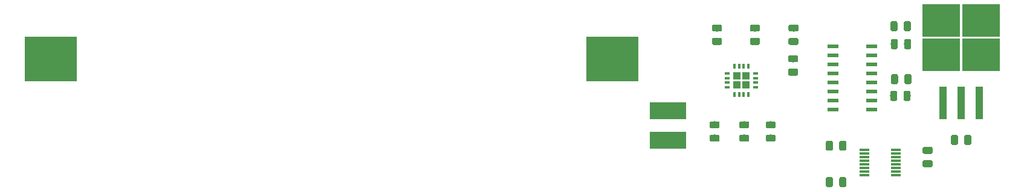
<source format=gbr>
G04 #@! TF.GenerationSoftware,KiCad,Pcbnew,5.0.2-bee76a0~70~ubuntu18.10.1*
G04 #@! TF.CreationDate,2019-05-29T11:20:30+10:00*
G04 #@! TF.ProjectId,ecig,65636967-2e6b-4696-9361-645f70636258,rev?*
G04 #@! TF.SameCoordinates,Original*
G04 #@! TF.FileFunction,Paste,Top*
G04 #@! TF.FilePolarity,Positive*
%FSLAX46Y46*%
G04 Gerber Fmt 4.6, Leading zero omitted, Abs format (unit mm)*
G04 Created by KiCad (PCBNEW 5.0.2-bee76a0~70~ubuntu18.10.1) date Wed 29 May 2019 11:20:30 AEST*
%MOMM*%
%LPD*%
G01*
G04 APERTURE LIST*
%ADD10R,7.340000X6.350000*%
%ADD11C,0.100000*%
%ADD12C,0.975000*%
%ADD13R,5.100000X2.350000*%
%ADD14R,1.100000X4.600000*%
%ADD15R,5.250000X4.550000*%
%ADD16R,0.800000X0.350000*%
%ADD17R,0.350000X0.800000*%
%ADD18R,1.050000X1.050000*%
%ADD19R,1.500000X0.600000*%
%ADD20R,1.400000X0.300000*%
G04 APERTURE END LIST*
D10*
G04 #@! TO.C,BT1*
X60140000Y-91500000D03*
X138800000Y-91500000D03*
G04 #@! TD*
D11*
G04 #@! TO.C,C1*
G36*
X153620142Y-102158674D02*
X153643803Y-102162184D01*
X153667007Y-102167996D01*
X153689529Y-102176054D01*
X153711153Y-102186282D01*
X153731670Y-102198579D01*
X153750883Y-102212829D01*
X153768607Y-102228893D01*
X153784671Y-102246617D01*
X153798921Y-102265830D01*
X153811218Y-102286347D01*
X153821446Y-102307971D01*
X153829504Y-102330493D01*
X153835316Y-102353697D01*
X153838826Y-102377358D01*
X153840000Y-102401250D01*
X153840000Y-102888750D01*
X153838826Y-102912642D01*
X153835316Y-102936303D01*
X153829504Y-102959507D01*
X153821446Y-102982029D01*
X153811218Y-103003653D01*
X153798921Y-103024170D01*
X153784671Y-103043383D01*
X153768607Y-103061107D01*
X153750883Y-103077171D01*
X153731670Y-103091421D01*
X153711153Y-103103718D01*
X153689529Y-103113946D01*
X153667007Y-103122004D01*
X153643803Y-103127816D01*
X153620142Y-103131326D01*
X153596250Y-103132500D01*
X152683750Y-103132500D01*
X152659858Y-103131326D01*
X152636197Y-103127816D01*
X152612993Y-103122004D01*
X152590471Y-103113946D01*
X152568847Y-103103718D01*
X152548330Y-103091421D01*
X152529117Y-103077171D01*
X152511393Y-103061107D01*
X152495329Y-103043383D01*
X152481079Y-103024170D01*
X152468782Y-103003653D01*
X152458554Y-102982029D01*
X152450496Y-102959507D01*
X152444684Y-102936303D01*
X152441174Y-102912642D01*
X152440000Y-102888750D01*
X152440000Y-102401250D01*
X152441174Y-102377358D01*
X152444684Y-102353697D01*
X152450496Y-102330493D01*
X152458554Y-102307971D01*
X152468782Y-102286347D01*
X152481079Y-102265830D01*
X152495329Y-102246617D01*
X152511393Y-102228893D01*
X152529117Y-102212829D01*
X152548330Y-102198579D01*
X152568847Y-102186282D01*
X152590471Y-102176054D01*
X152612993Y-102167996D01*
X152636197Y-102162184D01*
X152659858Y-102158674D01*
X152683750Y-102157500D01*
X153596250Y-102157500D01*
X153620142Y-102158674D01*
X153620142Y-102158674D01*
G37*
D12*
X153140000Y-102645000D03*
D11*
G36*
X153620142Y-100283674D02*
X153643803Y-100287184D01*
X153667007Y-100292996D01*
X153689529Y-100301054D01*
X153711153Y-100311282D01*
X153731670Y-100323579D01*
X153750883Y-100337829D01*
X153768607Y-100353893D01*
X153784671Y-100371617D01*
X153798921Y-100390830D01*
X153811218Y-100411347D01*
X153821446Y-100432971D01*
X153829504Y-100455493D01*
X153835316Y-100478697D01*
X153838826Y-100502358D01*
X153840000Y-100526250D01*
X153840000Y-101013750D01*
X153838826Y-101037642D01*
X153835316Y-101061303D01*
X153829504Y-101084507D01*
X153821446Y-101107029D01*
X153811218Y-101128653D01*
X153798921Y-101149170D01*
X153784671Y-101168383D01*
X153768607Y-101186107D01*
X153750883Y-101202171D01*
X153731670Y-101216421D01*
X153711153Y-101228718D01*
X153689529Y-101238946D01*
X153667007Y-101247004D01*
X153643803Y-101252816D01*
X153620142Y-101256326D01*
X153596250Y-101257500D01*
X152683750Y-101257500D01*
X152659858Y-101256326D01*
X152636197Y-101252816D01*
X152612993Y-101247004D01*
X152590471Y-101238946D01*
X152568847Y-101228718D01*
X152548330Y-101216421D01*
X152529117Y-101202171D01*
X152511393Y-101186107D01*
X152495329Y-101168383D01*
X152481079Y-101149170D01*
X152468782Y-101128653D01*
X152458554Y-101107029D01*
X152450496Y-101084507D01*
X152444684Y-101061303D01*
X152441174Y-101037642D01*
X152440000Y-101013750D01*
X152440000Y-100526250D01*
X152441174Y-100502358D01*
X152444684Y-100478697D01*
X152450496Y-100455493D01*
X152458554Y-100432971D01*
X152468782Y-100411347D01*
X152481079Y-100390830D01*
X152495329Y-100371617D01*
X152511393Y-100353893D01*
X152529117Y-100337829D01*
X152548330Y-100323579D01*
X152568847Y-100311282D01*
X152590471Y-100301054D01*
X152612993Y-100292996D01*
X152636197Y-100287184D01*
X152659858Y-100283674D01*
X152683750Y-100282500D01*
X153596250Y-100282500D01*
X153620142Y-100283674D01*
X153620142Y-100283674D01*
G37*
D12*
X153140000Y-100770000D03*
G04 #@! TD*
D11*
G04 #@! TO.C,C2*
G36*
X157770142Y-102158674D02*
X157793803Y-102162184D01*
X157817007Y-102167996D01*
X157839529Y-102176054D01*
X157861153Y-102186282D01*
X157881670Y-102198579D01*
X157900883Y-102212829D01*
X157918607Y-102228893D01*
X157934671Y-102246617D01*
X157948921Y-102265830D01*
X157961218Y-102286347D01*
X157971446Y-102307971D01*
X157979504Y-102330493D01*
X157985316Y-102353697D01*
X157988826Y-102377358D01*
X157990000Y-102401250D01*
X157990000Y-102888750D01*
X157988826Y-102912642D01*
X157985316Y-102936303D01*
X157979504Y-102959507D01*
X157971446Y-102982029D01*
X157961218Y-103003653D01*
X157948921Y-103024170D01*
X157934671Y-103043383D01*
X157918607Y-103061107D01*
X157900883Y-103077171D01*
X157881670Y-103091421D01*
X157861153Y-103103718D01*
X157839529Y-103113946D01*
X157817007Y-103122004D01*
X157793803Y-103127816D01*
X157770142Y-103131326D01*
X157746250Y-103132500D01*
X156833750Y-103132500D01*
X156809858Y-103131326D01*
X156786197Y-103127816D01*
X156762993Y-103122004D01*
X156740471Y-103113946D01*
X156718847Y-103103718D01*
X156698330Y-103091421D01*
X156679117Y-103077171D01*
X156661393Y-103061107D01*
X156645329Y-103043383D01*
X156631079Y-103024170D01*
X156618782Y-103003653D01*
X156608554Y-102982029D01*
X156600496Y-102959507D01*
X156594684Y-102936303D01*
X156591174Y-102912642D01*
X156590000Y-102888750D01*
X156590000Y-102401250D01*
X156591174Y-102377358D01*
X156594684Y-102353697D01*
X156600496Y-102330493D01*
X156608554Y-102307971D01*
X156618782Y-102286347D01*
X156631079Y-102265830D01*
X156645329Y-102246617D01*
X156661393Y-102228893D01*
X156679117Y-102212829D01*
X156698330Y-102198579D01*
X156718847Y-102186282D01*
X156740471Y-102176054D01*
X156762993Y-102167996D01*
X156786197Y-102162184D01*
X156809858Y-102158674D01*
X156833750Y-102157500D01*
X157746250Y-102157500D01*
X157770142Y-102158674D01*
X157770142Y-102158674D01*
G37*
D12*
X157290000Y-102645000D03*
D11*
G36*
X157770142Y-100283674D02*
X157793803Y-100287184D01*
X157817007Y-100292996D01*
X157839529Y-100301054D01*
X157861153Y-100311282D01*
X157881670Y-100323579D01*
X157900883Y-100337829D01*
X157918607Y-100353893D01*
X157934671Y-100371617D01*
X157948921Y-100390830D01*
X157961218Y-100411347D01*
X157971446Y-100432971D01*
X157979504Y-100455493D01*
X157985316Y-100478697D01*
X157988826Y-100502358D01*
X157990000Y-100526250D01*
X157990000Y-101013750D01*
X157988826Y-101037642D01*
X157985316Y-101061303D01*
X157979504Y-101084507D01*
X157971446Y-101107029D01*
X157961218Y-101128653D01*
X157948921Y-101149170D01*
X157934671Y-101168383D01*
X157918607Y-101186107D01*
X157900883Y-101202171D01*
X157881670Y-101216421D01*
X157861153Y-101228718D01*
X157839529Y-101238946D01*
X157817007Y-101247004D01*
X157793803Y-101252816D01*
X157770142Y-101256326D01*
X157746250Y-101257500D01*
X156833750Y-101257500D01*
X156809858Y-101256326D01*
X156786197Y-101252816D01*
X156762993Y-101247004D01*
X156740471Y-101238946D01*
X156718847Y-101228718D01*
X156698330Y-101216421D01*
X156679117Y-101202171D01*
X156661393Y-101186107D01*
X156645329Y-101168383D01*
X156631079Y-101149170D01*
X156618782Y-101128653D01*
X156608554Y-101107029D01*
X156600496Y-101084507D01*
X156594684Y-101061303D01*
X156591174Y-101037642D01*
X156590000Y-101013750D01*
X156590000Y-100526250D01*
X156591174Y-100502358D01*
X156594684Y-100478697D01*
X156600496Y-100455493D01*
X156608554Y-100432971D01*
X156618782Y-100411347D01*
X156631079Y-100390830D01*
X156645329Y-100371617D01*
X156661393Y-100353893D01*
X156679117Y-100337829D01*
X156698330Y-100323579D01*
X156718847Y-100311282D01*
X156740471Y-100301054D01*
X156762993Y-100292996D01*
X156786197Y-100287184D01*
X156809858Y-100283674D01*
X156833750Y-100282500D01*
X157746250Y-100282500D01*
X157770142Y-100283674D01*
X157770142Y-100283674D01*
G37*
D12*
X157290000Y-100770000D03*
G04 #@! TD*
D11*
G04 #@! TO.C,C3*
G36*
X153960142Y-86678674D02*
X153983803Y-86682184D01*
X154007007Y-86687996D01*
X154029529Y-86696054D01*
X154051153Y-86706282D01*
X154071670Y-86718579D01*
X154090883Y-86732829D01*
X154108607Y-86748893D01*
X154124671Y-86766617D01*
X154138921Y-86785830D01*
X154151218Y-86806347D01*
X154161446Y-86827971D01*
X154169504Y-86850493D01*
X154175316Y-86873697D01*
X154178826Y-86897358D01*
X154180000Y-86921250D01*
X154180000Y-87408750D01*
X154178826Y-87432642D01*
X154175316Y-87456303D01*
X154169504Y-87479507D01*
X154161446Y-87502029D01*
X154151218Y-87523653D01*
X154138921Y-87544170D01*
X154124671Y-87563383D01*
X154108607Y-87581107D01*
X154090883Y-87597171D01*
X154071670Y-87611421D01*
X154051153Y-87623718D01*
X154029529Y-87633946D01*
X154007007Y-87642004D01*
X153983803Y-87647816D01*
X153960142Y-87651326D01*
X153936250Y-87652500D01*
X153023750Y-87652500D01*
X152999858Y-87651326D01*
X152976197Y-87647816D01*
X152952993Y-87642004D01*
X152930471Y-87633946D01*
X152908847Y-87623718D01*
X152888330Y-87611421D01*
X152869117Y-87597171D01*
X152851393Y-87581107D01*
X152835329Y-87563383D01*
X152821079Y-87544170D01*
X152808782Y-87523653D01*
X152798554Y-87502029D01*
X152790496Y-87479507D01*
X152784684Y-87456303D01*
X152781174Y-87432642D01*
X152780000Y-87408750D01*
X152780000Y-86921250D01*
X152781174Y-86897358D01*
X152784684Y-86873697D01*
X152790496Y-86850493D01*
X152798554Y-86827971D01*
X152808782Y-86806347D01*
X152821079Y-86785830D01*
X152835329Y-86766617D01*
X152851393Y-86748893D01*
X152869117Y-86732829D01*
X152888330Y-86718579D01*
X152908847Y-86706282D01*
X152930471Y-86696054D01*
X152952993Y-86687996D01*
X152976197Y-86682184D01*
X152999858Y-86678674D01*
X153023750Y-86677500D01*
X153936250Y-86677500D01*
X153960142Y-86678674D01*
X153960142Y-86678674D01*
G37*
D12*
X153480000Y-87165000D03*
D11*
G36*
X153960142Y-88553674D02*
X153983803Y-88557184D01*
X154007007Y-88562996D01*
X154029529Y-88571054D01*
X154051153Y-88581282D01*
X154071670Y-88593579D01*
X154090883Y-88607829D01*
X154108607Y-88623893D01*
X154124671Y-88641617D01*
X154138921Y-88660830D01*
X154151218Y-88681347D01*
X154161446Y-88702971D01*
X154169504Y-88725493D01*
X154175316Y-88748697D01*
X154178826Y-88772358D01*
X154180000Y-88796250D01*
X154180000Y-89283750D01*
X154178826Y-89307642D01*
X154175316Y-89331303D01*
X154169504Y-89354507D01*
X154161446Y-89377029D01*
X154151218Y-89398653D01*
X154138921Y-89419170D01*
X154124671Y-89438383D01*
X154108607Y-89456107D01*
X154090883Y-89472171D01*
X154071670Y-89486421D01*
X154051153Y-89498718D01*
X154029529Y-89508946D01*
X154007007Y-89517004D01*
X153983803Y-89522816D01*
X153960142Y-89526326D01*
X153936250Y-89527500D01*
X153023750Y-89527500D01*
X152999858Y-89526326D01*
X152976197Y-89522816D01*
X152952993Y-89517004D01*
X152930471Y-89508946D01*
X152908847Y-89498718D01*
X152888330Y-89486421D01*
X152869117Y-89472171D01*
X152851393Y-89456107D01*
X152835329Y-89438383D01*
X152821079Y-89419170D01*
X152808782Y-89398653D01*
X152798554Y-89377029D01*
X152790496Y-89354507D01*
X152784684Y-89331303D01*
X152781174Y-89307642D01*
X152780000Y-89283750D01*
X152780000Y-88796250D01*
X152781174Y-88772358D01*
X152784684Y-88748697D01*
X152790496Y-88725493D01*
X152798554Y-88702971D01*
X152808782Y-88681347D01*
X152821079Y-88660830D01*
X152835329Y-88641617D01*
X152851393Y-88623893D01*
X152869117Y-88607829D01*
X152888330Y-88593579D01*
X152908847Y-88581282D01*
X152930471Y-88571054D01*
X152952993Y-88562996D01*
X152976197Y-88557184D01*
X152999858Y-88553674D01*
X153023750Y-88552500D01*
X153936250Y-88552500D01*
X153960142Y-88553674D01*
X153960142Y-88553674D01*
G37*
D12*
X153480000Y-89040000D03*
G04 #@! TD*
D11*
G04 #@! TO.C,C4*
G36*
X159270142Y-88553674D02*
X159293803Y-88557184D01*
X159317007Y-88562996D01*
X159339529Y-88571054D01*
X159361153Y-88581282D01*
X159381670Y-88593579D01*
X159400883Y-88607829D01*
X159418607Y-88623893D01*
X159434671Y-88641617D01*
X159448921Y-88660830D01*
X159461218Y-88681347D01*
X159471446Y-88702971D01*
X159479504Y-88725493D01*
X159485316Y-88748697D01*
X159488826Y-88772358D01*
X159490000Y-88796250D01*
X159490000Y-89283750D01*
X159488826Y-89307642D01*
X159485316Y-89331303D01*
X159479504Y-89354507D01*
X159471446Y-89377029D01*
X159461218Y-89398653D01*
X159448921Y-89419170D01*
X159434671Y-89438383D01*
X159418607Y-89456107D01*
X159400883Y-89472171D01*
X159381670Y-89486421D01*
X159361153Y-89498718D01*
X159339529Y-89508946D01*
X159317007Y-89517004D01*
X159293803Y-89522816D01*
X159270142Y-89526326D01*
X159246250Y-89527500D01*
X158333750Y-89527500D01*
X158309858Y-89526326D01*
X158286197Y-89522816D01*
X158262993Y-89517004D01*
X158240471Y-89508946D01*
X158218847Y-89498718D01*
X158198330Y-89486421D01*
X158179117Y-89472171D01*
X158161393Y-89456107D01*
X158145329Y-89438383D01*
X158131079Y-89419170D01*
X158118782Y-89398653D01*
X158108554Y-89377029D01*
X158100496Y-89354507D01*
X158094684Y-89331303D01*
X158091174Y-89307642D01*
X158090000Y-89283750D01*
X158090000Y-88796250D01*
X158091174Y-88772358D01*
X158094684Y-88748697D01*
X158100496Y-88725493D01*
X158108554Y-88702971D01*
X158118782Y-88681347D01*
X158131079Y-88660830D01*
X158145329Y-88641617D01*
X158161393Y-88623893D01*
X158179117Y-88607829D01*
X158198330Y-88593579D01*
X158218847Y-88581282D01*
X158240471Y-88571054D01*
X158262993Y-88562996D01*
X158286197Y-88557184D01*
X158309858Y-88553674D01*
X158333750Y-88552500D01*
X159246250Y-88552500D01*
X159270142Y-88553674D01*
X159270142Y-88553674D01*
G37*
D12*
X158790000Y-89040000D03*
D11*
G36*
X159270142Y-86678674D02*
X159293803Y-86682184D01*
X159317007Y-86687996D01*
X159339529Y-86696054D01*
X159361153Y-86706282D01*
X159381670Y-86718579D01*
X159400883Y-86732829D01*
X159418607Y-86748893D01*
X159434671Y-86766617D01*
X159448921Y-86785830D01*
X159461218Y-86806347D01*
X159471446Y-86827971D01*
X159479504Y-86850493D01*
X159485316Y-86873697D01*
X159488826Y-86897358D01*
X159490000Y-86921250D01*
X159490000Y-87408750D01*
X159488826Y-87432642D01*
X159485316Y-87456303D01*
X159479504Y-87479507D01*
X159471446Y-87502029D01*
X159461218Y-87523653D01*
X159448921Y-87544170D01*
X159434671Y-87563383D01*
X159418607Y-87581107D01*
X159400883Y-87597171D01*
X159381670Y-87611421D01*
X159361153Y-87623718D01*
X159339529Y-87633946D01*
X159317007Y-87642004D01*
X159293803Y-87647816D01*
X159270142Y-87651326D01*
X159246250Y-87652500D01*
X158333750Y-87652500D01*
X158309858Y-87651326D01*
X158286197Y-87647816D01*
X158262993Y-87642004D01*
X158240471Y-87633946D01*
X158218847Y-87623718D01*
X158198330Y-87611421D01*
X158179117Y-87597171D01*
X158161393Y-87581107D01*
X158145329Y-87563383D01*
X158131079Y-87544170D01*
X158118782Y-87523653D01*
X158108554Y-87502029D01*
X158100496Y-87479507D01*
X158094684Y-87456303D01*
X158091174Y-87432642D01*
X158090000Y-87408750D01*
X158090000Y-86921250D01*
X158091174Y-86897358D01*
X158094684Y-86873697D01*
X158100496Y-86850493D01*
X158108554Y-86827971D01*
X158118782Y-86806347D01*
X158131079Y-86785830D01*
X158145329Y-86766617D01*
X158161393Y-86748893D01*
X158179117Y-86732829D01*
X158198330Y-86718579D01*
X158218847Y-86706282D01*
X158240471Y-86696054D01*
X158262993Y-86687996D01*
X158286197Y-86682184D01*
X158309858Y-86678674D01*
X158333750Y-86677500D01*
X159246250Y-86677500D01*
X159270142Y-86678674D01*
X159270142Y-86678674D01*
G37*
D12*
X158790000Y-87165000D03*
G04 #@! TD*
D11*
G04 #@! TO.C,C5*
G36*
X169490142Y-108131174D02*
X169513803Y-108134684D01*
X169537007Y-108140496D01*
X169559529Y-108148554D01*
X169581153Y-108158782D01*
X169601670Y-108171079D01*
X169620883Y-108185329D01*
X169638607Y-108201393D01*
X169654671Y-108219117D01*
X169668921Y-108238330D01*
X169681218Y-108258847D01*
X169691446Y-108280471D01*
X169699504Y-108302993D01*
X169705316Y-108326197D01*
X169708826Y-108349858D01*
X169710000Y-108373750D01*
X169710000Y-109286250D01*
X169708826Y-109310142D01*
X169705316Y-109333803D01*
X169699504Y-109357007D01*
X169691446Y-109379529D01*
X169681218Y-109401153D01*
X169668921Y-109421670D01*
X169654671Y-109440883D01*
X169638607Y-109458607D01*
X169620883Y-109474671D01*
X169601670Y-109488921D01*
X169581153Y-109501218D01*
X169559529Y-109511446D01*
X169537007Y-109519504D01*
X169513803Y-109525316D01*
X169490142Y-109528826D01*
X169466250Y-109530000D01*
X168978750Y-109530000D01*
X168954858Y-109528826D01*
X168931197Y-109525316D01*
X168907993Y-109519504D01*
X168885471Y-109511446D01*
X168863847Y-109501218D01*
X168843330Y-109488921D01*
X168824117Y-109474671D01*
X168806393Y-109458607D01*
X168790329Y-109440883D01*
X168776079Y-109421670D01*
X168763782Y-109401153D01*
X168753554Y-109379529D01*
X168745496Y-109357007D01*
X168739684Y-109333803D01*
X168736174Y-109310142D01*
X168735000Y-109286250D01*
X168735000Y-108373750D01*
X168736174Y-108349858D01*
X168739684Y-108326197D01*
X168745496Y-108302993D01*
X168753554Y-108280471D01*
X168763782Y-108258847D01*
X168776079Y-108238330D01*
X168790329Y-108219117D01*
X168806393Y-108201393D01*
X168824117Y-108185329D01*
X168843330Y-108171079D01*
X168863847Y-108158782D01*
X168885471Y-108148554D01*
X168907993Y-108140496D01*
X168931197Y-108134684D01*
X168954858Y-108131174D01*
X168978750Y-108130000D01*
X169466250Y-108130000D01*
X169490142Y-108131174D01*
X169490142Y-108131174D01*
G37*
D12*
X169222500Y-108830000D03*
D11*
G36*
X171365142Y-108131174D02*
X171388803Y-108134684D01*
X171412007Y-108140496D01*
X171434529Y-108148554D01*
X171456153Y-108158782D01*
X171476670Y-108171079D01*
X171495883Y-108185329D01*
X171513607Y-108201393D01*
X171529671Y-108219117D01*
X171543921Y-108238330D01*
X171556218Y-108258847D01*
X171566446Y-108280471D01*
X171574504Y-108302993D01*
X171580316Y-108326197D01*
X171583826Y-108349858D01*
X171585000Y-108373750D01*
X171585000Y-109286250D01*
X171583826Y-109310142D01*
X171580316Y-109333803D01*
X171574504Y-109357007D01*
X171566446Y-109379529D01*
X171556218Y-109401153D01*
X171543921Y-109421670D01*
X171529671Y-109440883D01*
X171513607Y-109458607D01*
X171495883Y-109474671D01*
X171476670Y-109488921D01*
X171456153Y-109501218D01*
X171434529Y-109511446D01*
X171412007Y-109519504D01*
X171388803Y-109525316D01*
X171365142Y-109528826D01*
X171341250Y-109530000D01*
X170853750Y-109530000D01*
X170829858Y-109528826D01*
X170806197Y-109525316D01*
X170782993Y-109519504D01*
X170760471Y-109511446D01*
X170738847Y-109501218D01*
X170718330Y-109488921D01*
X170699117Y-109474671D01*
X170681393Y-109458607D01*
X170665329Y-109440883D01*
X170651079Y-109421670D01*
X170638782Y-109401153D01*
X170628554Y-109379529D01*
X170620496Y-109357007D01*
X170614684Y-109333803D01*
X170611174Y-109310142D01*
X170610000Y-109286250D01*
X170610000Y-108373750D01*
X170611174Y-108349858D01*
X170614684Y-108326197D01*
X170620496Y-108302993D01*
X170628554Y-108280471D01*
X170638782Y-108258847D01*
X170651079Y-108238330D01*
X170665329Y-108219117D01*
X170681393Y-108201393D01*
X170699117Y-108185329D01*
X170718330Y-108171079D01*
X170738847Y-108158782D01*
X170760471Y-108148554D01*
X170782993Y-108140496D01*
X170806197Y-108134684D01*
X170829858Y-108131174D01*
X170853750Y-108130000D01*
X171341250Y-108130000D01*
X171365142Y-108131174D01*
X171365142Y-108131174D01*
G37*
D12*
X171097500Y-108830000D03*
G04 #@! TD*
D11*
G04 #@! TO.C,D1*
G36*
X180442642Y-88721174D02*
X180466303Y-88724684D01*
X180489507Y-88730496D01*
X180512029Y-88738554D01*
X180533653Y-88748782D01*
X180554170Y-88761079D01*
X180573383Y-88775329D01*
X180591107Y-88791393D01*
X180607171Y-88809117D01*
X180621421Y-88828330D01*
X180633718Y-88848847D01*
X180643946Y-88870471D01*
X180652004Y-88892993D01*
X180657816Y-88916197D01*
X180661326Y-88939858D01*
X180662500Y-88963750D01*
X180662500Y-89876250D01*
X180661326Y-89900142D01*
X180657816Y-89923803D01*
X180652004Y-89947007D01*
X180643946Y-89969529D01*
X180633718Y-89991153D01*
X180621421Y-90011670D01*
X180607171Y-90030883D01*
X180591107Y-90048607D01*
X180573383Y-90064671D01*
X180554170Y-90078921D01*
X180533653Y-90091218D01*
X180512029Y-90101446D01*
X180489507Y-90109504D01*
X180466303Y-90115316D01*
X180442642Y-90118826D01*
X180418750Y-90120000D01*
X179931250Y-90120000D01*
X179907358Y-90118826D01*
X179883697Y-90115316D01*
X179860493Y-90109504D01*
X179837971Y-90101446D01*
X179816347Y-90091218D01*
X179795830Y-90078921D01*
X179776617Y-90064671D01*
X179758893Y-90048607D01*
X179742829Y-90030883D01*
X179728579Y-90011670D01*
X179716282Y-89991153D01*
X179706054Y-89969529D01*
X179697996Y-89947007D01*
X179692184Y-89923803D01*
X179688674Y-89900142D01*
X179687500Y-89876250D01*
X179687500Y-88963750D01*
X179688674Y-88939858D01*
X179692184Y-88916197D01*
X179697996Y-88892993D01*
X179706054Y-88870471D01*
X179716282Y-88848847D01*
X179728579Y-88828330D01*
X179742829Y-88809117D01*
X179758893Y-88791393D01*
X179776617Y-88775329D01*
X179795830Y-88761079D01*
X179816347Y-88748782D01*
X179837971Y-88738554D01*
X179860493Y-88730496D01*
X179883697Y-88724684D01*
X179907358Y-88721174D01*
X179931250Y-88720000D01*
X180418750Y-88720000D01*
X180442642Y-88721174D01*
X180442642Y-88721174D01*
G37*
D12*
X180175000Y-89420000D03*
D11*
G36*
X178567642Y-88721174D02*
X178591303Y-88724684D01*
X178614507Y-88730496D01*
X178637029Y-88738554D01*
X178658653Y-88748782D01*
X178679170Y-88761079D01*
X178698383Y-88775329D01*
X178716107Y-88791393D01*
X178732171Y-88809117D01*
X178746421Y-88828330D01*
X178758718Y-88848847D01*
X178768946Y-88870471D01*
X178777004Y-88892993D01*
X178782816Y-88916197D01*
X178786326Y-88939858D01*
X178787500Y-88963750D01*
X178787500Y-89876250D01*
X178786326Y-89900142D01*
X178782816Y-89923803D01*
X178777004Y-89947007D01*
X178768946Y-89969529D01*
X178758718Y-89991153D01*
X178746421Y-90011670D01*
X178732171Y-90030883D01*
X178716107Y-90048607D01*
X178698383Y-90064671D01*
X178679170Y-90078921D01*
X178658653Y-90091218D01*
X178637029Y-90101446D01*
X178614507Y-90109504D01*
X178591303Y-90115316D01*
X178567642Y-90118826D01*
X178543750Y-90120000D01*
X178056250Y-90120000D01*
X178032358Y-90118826D01*
X178008697Y-90115316D01*
X177985493Y-90109504D01*
X177962971Y-90101446D01*
X177941347Y-90091218D01*
X177920830Y-90078921D01*
X177901617Y-90064671D01*
X177883893Y-90048607D01*
X177867829Y-90030883D01*
X177853579Y-90011670D01*
X177841282Y-89991153D01*
X177831054Y-89969529D01*
X177822996Y-89947007D01*
X177817184Y-89923803D01*
X177813674Y-89900142D01*
X177812500Y-89876250D01*
X177812500Y-88963750D01*
X177813674Y-88939858D01*
X177817184Y-88916197D01*
X177822996Y-88892993D01*
X177831054Y-88870471D01*
X177841282Y-88848847D01*
X177853579Y-88828330D01*
X177867829Y-88809117D01*
X177883893Y-88791393D01*
X177901617Y-88775329D01*
X177920830Y-88761079D01*
X177941347Y-88748782D01*
X177962971Y-88738554D01*
X177985493Y-88730496D01*
X178008697Y-88724684D01*
X178032358Y-88721174D01*
X178056250Y-88720000D01*
X178543750Y-88720000D01*
X178567642Y-88721174D01*
X178567642Y-88721174D01*
G37*
D12*
X178300000Y-89420000D03*
G04 #@! TD*
D11*
G04 #@! TO.C,D2*
G36*
X164675142Y-88553674D02*
X164698803Y-88557184D01*
X164722007Y-88562996D01*
X164744529Y-88571054D01*
X164766153Y-88581282D01*
X164786670Y-88593579D01*
X164805883Y-88607829D01*
X164823607Y-88623893D01*
X164839671Y-88641617D01*
X164853921Y-88660830D01*
X164866218Y-88681347D01*
X164876446Y-88702971D01*
X164884504Y-88725493D01*
X164890316Y-88748697D01*
X164893826Y-88772358D01*
X164895000Y-88796250D01*
X164895000Y-89283750D01*
X164893826Y-89307642D01*
X164890316Y-89331303D01*
X164884504Y-89354507D01*
X164876446Y-89377029D01*
X164866218Y-89398653D01*
X164853921Y-89419170D01*
X164839671Y-89438383D01*
X164823607Y-89456107D01*
X164805883Y-89472171D01*
X164786670Y-89486421D01*
X164766153Y-89498718D01*
X164744529Y-89508946D01*
X164722007Y-89517004D01*
X164698803Y-89522816D01*
X164675142Y-89526326D01*
X164651250Y-89527500D01*
X163738750Y-89527500D01*
X163714858Y-89526326D01*
X163691197Y-89522816D01*
X163667993Y-89517004D01*
X163645471Y-89508946D01*
X163623847Y-89498718D01*
X163603330Y-89486421D01*
X163584117Y-89472171D01*
X163566393Y-89456107D01*
X163550329Y-89438383D01*
X163536079Y-89419170D01*
X163523782Y-89398653D01*
X163513554Y-89377029D01*
X163505496Y-89354507D01*
X163499684Y-89331303D01*
X163496174Y-89307642D01*
X163495000Y-89283750D01*
X163495000Y-88796250D01*
X163496174Y-88772358D01*
X163499684Y-88748697D01*
X163505496Y-88725493D01*
X163513554Y-88702971D01*
X163523782Y-88681347D01*
X163536079Y-88660830D01*
X163550329Y-88641617D01*
X163566393Y-88623893D01*
X163584117Y-88607829D01*
X163603330Y-88593579D01*
X163623847Y-88581282D01*
X163645471Y-88571054D01*
X163667993Y-88562996D01*
X163691197Y-88557184D01*
X163714858Y-88553674D01*
X163738750Y-88552500D01*
X164651250Y-88552500D01*
X164675142Y-88553674D01*
X164675142Y-88553674D01*
G37*
D12*
X164195000Y-89040000D03*
D11*
G36*
X164675142Y-86678674D02*
X164698803Y-86682184D01*
X164722007Y-86687996D01*
X164744529Y-86696054D01*
X164766153Y-86706282D01*
X164786670Y-86718579D01*
X164805883Y-86732829D01*
X164823607Y-86748893D01*
X164839671Y-86766617D01*
X164853921Y-86785830D01*
X164866218Y-86806347D01*
X164876446Y-86827971D01*
X164884504Y-86850493D01*
X164890316Y-86873697D01*
X164893826Y-86897358D01*
X164895000Y-86921250D01*
X164895000Y-87408750D01*
X164893826Y-87432642D01*
X164890316Y-87456303D01*
X164884504Y-87479507D01*
X164876446Y-87502029D01*
X164866218Y-87523653D01*
X164853921Y-87544170D01*
X164839671Y-87563383D01*
X164823607Y-87581107D01*
X164805883Y-87597171D01*
X164786670Y-87611421D01*
X164766153Y-87623718D01*
X164744529Y-87633946D01*
X164722007Y-87642004D01*
X164698803Y-87647816D01*
X164675142Y-87651326D01*
X164651250Y-87652500D01*
X163738750Y-87652500D01*
X163714858Y-87651326D01*
X163691197Y-87647816D01*
X163667993Y-87642004D01*
X163645471Y-87633946D01*
X163623847Y-87623718D01*
X163603330Y-87611421D01*
X163584117Y-87597171D01*
X163566393Y-87581107D01*
X163550329Y-87563383D01*
X163536079Y-87544170D01*
X163523782Y-87523653D01*
X163513554Y-87502029D01*
X163505496Y-87479507D01*
X163499684Y-87456303D01*
X163496174Y-87432642D01*
X163495000Y-87408750D01*
X163495000Y-86921250D01*
X163496174Y-86897358D01*
X163499684Y-86873697D01*
X163505496Y-86850493D01*
X163513554Y-86827971D01*
X163523782Y-86806347D01*
X163536079Y-86785830D01*
X163550329Y-86766617D01*
X163566393Y-86748893D01*
X163584117Y-86732829D01*
X163603330Y-86718579D01*
X163623847Y-86706282D01*
X163645471Y-86696054D01*
X163667993Y-86687996D01*
X163691197Y-86682184D01*
X163714858Y-86678674D01*
X163738750Y-86677500D01*
X164651250Y-86677500D01*
X164675142Y-86678674D01*
X164675142Y-86678674D01*
G37*
D12*
X164195000Y-87165000D03*
G04 #@! TD*
D11*
G04 #@! TO.C,D3*
G36*
X180482642Y-93651174D02*
X180506303Y-93654684D01*
X180529507Y-93660496D01*
X180552029Y-93668554D01*
X180573653Y-93678782D01*
X180594170Y-93691079D01*
X180613383Y-93705329D01*
X180631107Y-93721393D01*
X180647171Y-93739117D01*
X180661421Y-93758330D01*
X180673718Y-93778847D01*
X180683946Y-93800471D01*
X180692004Y-93822993D01*
X180697816Y-93846197D01*
X180701326Y-93869858D01*
X180702500Y-93893750D01*
X180702500Y-94806250D01*
X180701326Y-94830142D01*
X180697816Y-94853803D01*
X180692004Y-94877007D01*
X180683946Y-94899529D01*
X180673718Y-94921153D01*
X180661421Y-94941670D01*
X180647171Y-94960883D01*
X180631107Y-94978607D01*
X180613383Y-94994671D01*
X180594170Y-95008921D01*
X180573653Y-95021218D01*
X180552029Y-95031446D01*
X180529507Y-95039504D01*
X180506303Y-95045316D01*
X180482642Y-95048826D01*
X180458750Y-95050000D01*
X179971250Y-95050000D01*
X179947358Y-95048826D01*
X179923697Y-95045316D01*
X179900493Y-95039504D01*
X179877971Y-95031446D01*
X179856347Y-95021218D01*
X179835830Y-95008921D01*
X179816617Y-94994671D01*
X179798893Y-94978607D01*
X179782829Y-94960883D01*
X179768579Y-94941670D01*
X179756282Y-94921153D01*
X179746054Y-94899529D01*
X179737996Y-94877007D01*
X179732184Y-94853803D01*
X179728674Y-94830142D01*
X179727500Y-94806250D01*
X179727500Y-93893750D01*
X179728674Y-93869858D01*
X179732184Y-93846197D01*
X179737996Y-93822993D01*
X179746054Y-93800471D01*
X179756282Y-93778847D01*
X179768579Y-93758330D01*
X179782829Y-93739117D01*
X179798893Y-93721393D01*
X179816617Y-93705329D01*
X179835830Y-93691079D01*
X179856347Y-93678782D01*
X179877971Y-93668554D01*
X179900493Y-93660496D01*
X179923697Y-93654684D01*
X179947358Y-93651174D01*
X179971250Y-93650000D01*
X180458750Y-93650000D01*
X180482642Y-93651174D01*
X180482642Y-93651174D01*
G37*
D12*
X180215000Y-94350000D03*
D11*
G36*
X178607642Y-93651174D02*
X178631303Y-93654684D01*
X178654507Y-93660496D01*
X178677029Y-93668554D01*
X178698653Y-93678782D01*
X178719170Y-93691079D01*
X178738383Y-93705329D01*
X178756107Y-93721393D01*
X178772171Y-93739117D01*
X178786421Y-93758330D01*
X178798718Y-93778847D01*
X178808946Y-93800471D01*
X178817004Y-93822993D01*
X178822816Y-93846197D01*
X178826326Y-93869858D01*
X178827500Y-93893750D01*
X178827500Y-94806250D01*
X178826326Y-94830142D01*
X178822816Y-94853803D01*
X178817004Y-94877007D01*
X178808946Y-94899529D01*
X178798718Y-94921153D01*
X178786421Y-94941670D01*
X178772171Y-94960883D01*
X178756107Y-94978607D01*
X178738383Y-94994671D01*
X178719170Y-95008921D01*
X178698653Y-95021218D01*
X178677029Y-95031446D01*
X178654507Y-95039504D01*
X178631303Y-95045316D01*
X178607642Y-95048826D01*
X178583750Y-95050000D01*
X178096250Y-95050000D01*
X178072358Y-95048826D01*
X178048697Y-95045316D01*
X178025493Y-95039504D01*
X178002971Y-95031446D01*
X177981347Y-95021218D01*
X177960830Y-95008921D01*
X177941617Y-94994671D01*
X177923893Y-94978607D01*
X177907829Y-94960883D01*
X177893579Y-94941670D01*
X177881282Y-94921153D01*
X177871054Y-94899529D01*
X177862996Y-94877007D01*
X177857184Y-94853803D01*
X177853674Y-94830142D01*
X177852500Y-94806250D01*
X177852500Y-93893750D01*
X177853674Y-93869858D01*
X177857184Y-93846197D01*
X177862996Y-93822993D01*
X177871054Y-93800471D01*
X177881282Y-93778847D01*
X177893579Y-93758330D01*
X177907829Y-93739117D01*
X177923893Y-93721393D01*
X177941617Y-93705329D01*
X177960830Y-93691079D01*
X177981347Y-93678782D01*
X178002971Y-93668554D01*
X178025493Y-93660496D01*
X178048697Y-93654684D01*
X178072358Y-93651174D01*
X178096250Y-93650000D01*
X178583750Y-93650000D01*
X178607642Y-93651174D01*
X178607642Y-93651174D01*
G37*
D12*
X178340000Y-94350000D03*
G04 #@! TD*
D13*
G04 #@! TO.C,L1*
X146600000Y-98800000D03*
X146600000Y-102950000D03*
G04 #@! TD*
D14*
G04 #@! TO.C,Q1*
X185140000Y-97665000D03*
X187680000Y-97665000D03*
X190220000Y-97665000D03*
D15*
X190455000Y-86090000D03*
X184905000Y-90940000D03*
X184905000Y-86090000D03*
X190455000Y-90940000D03*
G04 #@! TD*
D11*
G04 #@! TO.C,R1*
G36*
X161480142Y-100283674D02*
X161503803Y-100287184D01*
X161527007Y-100292996D01*
X161549529Y-100301054D01*
X161571153Y-100311282D01*
X161591670Y-100323579D01*
X161610883Y-100337829D01*
X161628607Y-100353893D01*
X161644671Y-100371617D01*
X161658921Y-100390830D01*
X161671218Y-100411347D01*
X161681446Y-100432971D01*
X161689504Y-100455493D01*
X161695316Y-100478697D01*
X161698826Y-100502358D01*
X161700000Y-100526250D01*
X161700000Y-101013750D01*
X161698826Y-101037642D01*
X161695316Y-101061303D01*
X161689504Y-101084507D01*
X161681446Y-101107029D01*
X161671218Y-101128653D01*
X161658921Y-101149170D01*
X161644671Y-101168383D01*
X161628607Y-101186107D01*
X161610883Y-101202171D01*
X161591670Y-101216421D01*
X161571153Y-101228718D01*
X161549529Y-101238946D01*
X161527007Y-101247004D01*
X161503803Y-101252816D01*
X161480142Y-101256326D01*
X161456250Y-101257500D01*
X160543750Y-101257500D01*
X160519858Y-101256326D01*
X160496197Y-101252816D01*
X160472993Y-101247004D01*
X160450471Y-101238946D01*
X160428847Y-101228718D01*
X160408330Y-101216421D01*
X160389117Y-101202171D01*
X160371393Y-101186107D01*
X160355329Y-101168383D01*
X160341079Y-101149170D01*
X160328782Y-101128653D01*
X160318554Y-101107029D01*
X160310496Y-101084507D01*
X160304684Y-101061303D01*
X160301174Y-101037642D01*
X160300000Y-101013750D01*
X160300000Y-100526250D01*
X160301174Y-100502358D01*
X160304684Y-100478697D01*
X160310496Y-100455493D01*
X160318554Y-100432971D01*
X160328782Y-100411347D01*
X160341079Y-100390830D01*
X160355329Y-100371617D01*
X160371393Y-100353893D01*
X160389117Y-100337829D01*
X160408330Y-100323579D01*
X160428847Y-100311282D01*
X160450471Y-100301054D01*
X160472993Y-100292996D01*
X160496197Y-100287184D01*
X160519858Y-100283674D01*
X160543750Y-100282500D01*
X161456250Y-100282500D01*
X161480142Y-100283674D01*
X161480142Y-100283674D01*
G37*
D12*
X161000000Y-100770000D03*
D11*
G36*
X161480142Y-102158674D02*
X161503803Y-102162184D01*
X161527007Y-102167996D01*
X161549529Y-102176054D01*
X161571153Y-102186282D01*
X161591670Y-102198579D01*
X161610883Y-102212829D01*
X161628607Y-102228893D01*
X161644671Y-102246617D01*
X161658921Y-102265830D01*
X161671218Y-102286347D01*
X161681446Y-102307971D01*
X161689504Y-102330493D01*
X161695316Y-102353697D01*
X161698826Y-102377358D01*
X161700000Y-102401250D01*
X161700000Y-102888750D01*
X161698826Y-102912642D01*
X161695316Y-102936303D01*
X161689504Y-102959507D01*
X161681446Y-102982029D01*
X161671218Y-103003653D01*
X161658921Y-103024170D01*
X161644671Y-103043383D01*
X161628607Y-103061107D01*
X161610883Y-103077171D01*
X161591670Y-103091421D01*
X161571153Y-103103718D01*
X161549529Y-103113946D01*
X161527007Y-103122004D01*
X161503803Y-103127816D01*
X161480142Y-103131326D01*
X161456250Y-103132500D01*
X160543750Y-103132500D01*
X160519858Y-103131326D01*
X160496197Y-103127816D01*
X160472993Y-103122004D01*
X160450471Y-103113946D01*
X160428847Y-103103718D01*
X160408330Y-103091421D01*
X160389117Y-103077171D01*
X160371393Y-103061107D01*
X160355329Y-103043383D01*
X160341079Y-103024170D01*
X160328782Y-103003653D01*
X160318554Y-102982029D01*
X160310496Y-102959507D01*
X160304684Y-102936303D01*
X160301174Y-102912642D01*
X160300000Y-102888750D01*
X160300000Y-102401250D01*
X160301174Y-102377358D01*
X160304684Y-102353697D01*
X160310496Y-102330493D01*
X160318554Y-102307971D01*
X160328782Y-102286347D01*
X160341079Y-102265830D01*
X160355329Y-102246617D01*
X160371393Y-102228893D01*
X160389117Y-102212829D01*
X160408330Y-102198579D01*
X160428847Y-102186282D01*
X160450471Y-102176054D01*
X160472993Y-102167996D01*
X160496197Y-102162184D01*
X160519858Y-102158674D01*
X160543750Y-102157500D01*
X161456250Y-102157500D01*
X161480142Y-102158674D01*
X161480142Y-102158674D01*
G37*
D12*
X161000000Y-102645000D03*
G04 #@! TD*
D11*
G04 #@! TO.C,R2*
G36*
X188882642Y-102191174D02*
X188906303Y-102194684D01*
X188929507Y-102200496D01*
X188952029Y-102208554D01*
X188973653Y-102218782D01*
X188994170Y-102231079D01*
X189013383Y-102245329D01*
X189031107Y-102261393D01*
X189047171Y-102279117D01*
X189061421Y-102298330D01*
X189073718Y-102318847D01*
X189083946Y-102340471D01*
X189092004Y-102362993D01*
X189097816Y-102386197D01*
X189101326Y-102409858D01*
X189102500Y-102433750D01*
X189102500Y-103346250D01*
X189101326Y-103370142D01*
X189097816Y-103393803D01*
X189092004Y-103417007D01*
X189083946Y-103439529D01*
X189073718Y-103461153D01*
X189061421Y-103481670D01*
X189047171Y-103500883D01*
X189031107Y-103518607D01*
X189013383Y-103534671D01*
X188994170Y-103548921D01*
X188973653Y-103561218D01*
X188952029Y-103571446D01*
X188929507Y-103579504D01*
X188906303Y-103585316D01*
X188882642Y-103588826D01*
X188858750Y-103590000D01*
X188371250Y-103590000D01*
X188347358Y-103588826D01*
X188323697Y-103585316D01*
X188300493Y-103579504D01*
X188277971Y-103571446D01*
X188256347Y-103561218D01*
X188235830Y-103548921D01*
X188216617Y-103534671D01*
X188198893Y-103518607D01*
X188182829Y-103500883D01*
X188168579Y-103481670D01*
X188156282Y-103461153D01*
X188146054Y-103439529D01*
X188137996Y-103417007D01*
X188132184Y-103393803D01*
X188128674Y-103370142D01*
X188127500Y-103346250D01*
X188127500Y-102433750D01*
X188128674Y-102409858D01*
X188132184Y-102386197D01*
X188137996Y-102362993D01*
X188146054Y-102340471D01*
X188156282Y-102318847D01*
X188168579Y-102298330D01*
X188182829Y-102279117D01*
X188198893Y-102261393D01*
X188216617Y-102245329D01*
X188235830Y-102231079D01*
X188256347Y-102218782D01*
X188277971Y-102208554D01*
X188300493Y-102200496D01*
X188323697Y-102194684D01*
X188347358Y-102191174D01*
X188371250Y-102190000D01*
X188858750Y-102190000D01*
X188882642Y-102191174D01*
X188882642Y-102191174D01*
G37*
D12*
X188615000Y-102890000D03*
D11*
G36*
X187007642Y-102191174D02*
X187031303Y-102194684D01*
X187054507Y-102200496D01*
X187077029Y-102208554D01*
X187098653Y-102218782D01*
X187119170Y-102231079D01*
X187138383Y-102245329D01*
X187156107Y-102261393D01*
X187172171Y-102279117D01*
X187186421Y-102298330D01*
X187198718Y-102318847D01*
X187208946Y-102340471D01*
X187217004Y-102362993D01*
X187222816Y-102386197D01*
X187226326Y-102409858D01*
X187227500Y-102433750D01*
X187227500Y-103346250D01*
X187226326Y-103370142D01*
X187222816Y-103393803D01*
X187217004Y-103417007D01*
X187208946Y-103439529D01*
X187198718Y-103461153D01*
X187186421Y-103481670D01*
X187172171Y-103500883D01*
X187156107Y-103518607D01*
X187138383Y-103534671D01*
X187119170Y-103548921D01*
X187098653Y-103561218D01*
X187077029Y-103571446D01*
X187054507Y-103579504D01*
X187031303Y-103585316D01*
X187007642Y-103588826D01*
X186983750Y-103590000D01*
X186496250Y-103590000D01*
X186472358Y-103588826D01*
X186448697Y-103585316D01*
X186425493Y-103579504D01*
X186402971Y-103571446D01*
X186381347Y-103561218D01*
X186360830Y-103548921D01*
X186341617Y-103534671D01*
X186323893Y-103518607D01*
X186307829Y-103500883D01*
X186293579Y-103481670D01*
X186281282Y-103461153D01*
X186271054Y-103439529D01*
X186262996Y-103417007D01*
X186257184Y-103393803D01*
X186253674Y-103370142D01*
X186252500Y-103346250D01*
X186252500Y-102433750D01*
X186253674Y-102409858D01*
X186257184Y-102386197D01*
X186262996Y-102362993D01*
X186271054Y-102340471D01*
X186281282Y-102318847D01*
X186293579Y-102298330D01*
X186307829Y-102279117D01*
X186323893Y-102261393D01*
X186341617Y-102245329D01*
X186360830Y-102231079D01*
X186381347Y-102218782D01*
X186402971Y-102208554D01*
X186425493Y-102200496D01*
X186448697Y-102194684D01*
X186472358Y-102191174D01*
X186496250Y-102190000D01*
X186983750Y-102190000D01*
X187007642Y-102191174D01*
X187007642Y-102191174D01*
G37*
D12*
X186740000Y-102890000D03*
G04 #@! TD*
D11*
G04 #@! TO.C,R3*
G36*
X178530142Y-86201174D02*
X178553803Y-86204684D01*
X178577007Y-86210496D01*
X178599529Y-86218554D01*
X178621153Y-86228782D01*
X178641670Y-86241079D01*
X178660883Y-86255329D01*
X178678607Y-86271393D01*
X178694671Y-86289117D01*
X178708921Y-86308330D01*
X178721218Y-86328847D01*
X178731446Y-86350471D01*
X178739504Y-86372993D01*
X178745316Y-86396197D01*
X178748826Y-86419858D01*
X178750000Y-86443750D01*
X178750000Y-87356250D01*
X178748826Y-87380142D01*
X178745316Y-87403803D01*
X178739504Y-87427007D01*
X178731446Y-87449529D01*
X178721218Y-87471153D01*
X178708921Y-87491670D01*
X178694671Y-87510883D01*
X178678607Y-87528607D01*
X178660883Y-87544671D01*
X178641670Y-87558921D01*
X178621153Y-87571218D01*
X178599529Y-87581446D01*
X178577007Y-87589504D01*
X178553803Y-87595316D01*
X178530142Y-87598826D01*
X178506250Y-87600000D01*
X178018750Y-87600000D01*
X177994858Y-87598826D01*
X177971197Y-87595316D01*
X177947993Y-87589504D01*
X177925471Y-87581446D01*
X177903847Y-87571218D01*
X177883330Y-87558921D01*
X177864117Y-87544671D01*
X177846393Y-87528607D01*
X177830329Y-87510883D01*
X177816079Y-87491670D01*
X177803782Y-87471153D01*
X177793554Y-87449529D01*
X177785496Y-87427007D01*
X177779684Y-87403803D01*
X177776174Y-87380142D01*
X177775000Y-87356250D01*
X177775000Y-86443750D01*
X177776174Y-86419858D01*
X177779684Y-86396197D01*
X177785496Y-86372993D01*
X177793554Y-86350471D01*
X177803782Y-86328847D01*
X177816079Y-86308330D01*
X177830329Y-86289117D01*
X177846393Y-86271393D01*
X177864117Y-86255329D01*
X177883330Y-86241079D01*
X177903847Y-86228782D01*
X177925471Y-86218554D01*
X177947993Y-86210496D01*
X177971197Y-86204684D01*
X177994858Y-86201174D01*
X178018750Y-86200000D01*
X178506250Y-86200000D01*
X178530142Y-86201174D01*
X178530142Y-86201174D01*
G37*
D12*
X178262500Y-86900000D03*
D11*
G36*
X180405142Y-86201174D02*
X180428803Y-86204684D01*
X180452007Y-86210496D01*
X180474529Y-86218554D01*
X180496153Y-86228782D01*
X180516670Y-86241079D01*
X180535883Y-86255329D01*
X180553607Y-86271393D01*
X180569671Y-86289117D01*
X180583921Y-86308330D01*
X180596218Y-86328847D01*
X180606446Y-86350471D01*
X180614504Y-86372993D01*
X180620316Y-86396197D01*
X180623826Y-86419858D01*
X180625000Y-86443750D01*
X180625000Y-87356250D01*
X180623826Y-87380142D01*
X180620316Y-87403803D01*
X180614504Y-87427007D01*
X180606446Y-87449529D01*
X180596218Y-87471153D01*
X180583921Y-87491670D01*
X180569671Y-87510883D01*
X180553607Y-87528607D01*
X180535883Y-87544671D01*
X180516670Y-87558921D01*
X180496153Y-87571218D01*
X180474529Y-87581446D01*
X180452007Y-87589504D01*
X180428803Y-87595316D01*
X180405142Y-87598826D01*
X180381250Y-87600000D01*
X179893750Y-87600000D01*
X179869858Y-87598826D01*
X179846197Y-87595316D01*
X179822993Y-87589504D01*
X179800471Y-87581446D01*
X179778847Y-87571218D01*
X179758330Y-87558921D01*
X179739117Y-87544671D01*
X179721393Y-87528607D01*
X179705329Y-87510883D01*
X179691079Y-87491670D01*
X179678782Y-87471153D01*
X179668554Y-87449529D01*
X179660496Y-87427007D01*
X179654684Y-87403803D01*
X179651174Y-87380142D01*
X179650000Y-87356250D01*
X179650000Y-86443750D01*
X179651174Y-86419858D01*
X179654684Y-86396197D01*
X179660496Y-86372993D01*
X179668554Y-86350471D01*
X179678782Y-86328847D01*
X179691079Y-86308330D01*
X179705329Y-86289117D01*
X179721393Y-86271393D01*
X179739117Y-86255329D01*
X179758330Y-86241079D01*
X179778847Y-86228782D01*
X179800471Y-86218554D01*
X179822993Y-86210496D01*
X179846197Y-86204684D01*
X179869858Y-86201174D01*
X179893750Y-86200000D01*
X180381250Y-86200000D01*
X180405142Y-86201174D01*
X180405142Y-86201174D01*
G37*
D12*
X180137500Y-86900000D03*
G04 #@! TD*
D11*
G04 #@! TO.C,R4*
G36*
X164630142Y-90998674D02*
X164653803Y-91002184D01*
X164677007Y-91007996D01*
X164699529Y-91016054D01*
X164721153Y-91026282D01*
X164741670Y-91038579D01*
X164760883Y-91052829D01*
X164778607Y-91068893D01*
X164794671Y-91086617D01*
X164808921Y-91105830D01*
X164821218Y-91126347D01*
X164831446Y-91147971D01*
X164839504Y-91170493D01*
X164845316Y-91193697D01*
X164848826Y-91217358D01*
X164850000Y-91241250D01*
X164850000Y-91728750D01*
X164848826Y-91752642D01*
X164845316Y-91776303D01*
X164839504Y-91799507D01*
X164831446Y-91822029D01*
X164821218Y-91843653D01*
X164808921Y-91864170D01*
X164794671Y-91883383D01*
X164778607Y-91901107D01*
X164760883Y-91917171D01*
X164741670Y-91931421D01*
X164721153Y-91943718D01*
X164699529Y-91953946D01*
X164677007Y-91962004D01*
X164653803Y-91967816D01*
X164630142Y-91971326D01*
X164606250Y-91972500D01*
X163693750Y-91972500D01*
X163669858Y-91971326D01*
X163646197Y-91967816D01*
X163622993Y-91962004D01*
X163600471Y-91953946D01*
X163578847Y-91943718D01*
X163558330Y-91931421D01*
X163539117Y-91917171D01*
X163521393Y-91901107D01*
X163505329Y-91883383D01*
X163491079Y-91864170D01*
X163478782Y-91843653D01*
X163468554Y-91822029D01*
X163460496Y-91799507D01*
X163454684Y-91776303D01*
X163451174Y-91752642D01*
X163450000Y-91728750D01*
X163450000Y-91241250D01*
X163451174Y-91217358D01*
X163454684Y-91193697D01*
X163460496Y-91170493D01*
X163468554Y-91147971D01*
X163478782Y-91126347D01*
X163491079Y-91105830D01*
X163505329Y-91086617D01*
X163521393Y-91068893D01*
X163539117Y-91052829D01*
X163558330Y-91038579D01*
X163578847Y-91026282D01*
X163600471Y-91016054D01*
X163622993Y-91007996D01*
X163646197Y-91002184D01*
X163669858Y-90998674D01*
X163693750Y-90997500D01*
X164606250Y-90997500D01*
X164630142Y-90998674D01*
X164630142Y-90998674D01*
G37*
D12*
X164150000Y-91485000D03*
D11*
G36*
X164630142Y-92873674D02*
X164653803Y-92877184D01*
X164677007Y-92882996D01*
X164699529Y-92891054D01*
X164721153Y-92901282D01*
X164741670Y-92913579D01*
X164760883Y-92927829D01*
X164778607Y-92943893D01*
X164794671Y-92961617D01*
X164808921Y-92980830D01*
X164821218Y-93001347D01*
X164831446Y-93022971D01*
X164839504Y-93045493D01*
X164845316Y-93068697D01*
X164848826Y-93092358D01*
X164850000Y-93116250D01*
X164850000Y-93603750D01*
X164848826Y-93627642D01*
X164845316Y-93651303D01*
X164839504Y-93674507D01*
X164831446Y-93697029D01*
X164821218Y-93718653D01*
X164808921Y-93739170D01*
X164794671Y-93758383D01*
X164778607Y-93776107D01*
X164760883Y-93792171D01*
X164741670Y-93806421D01*
X164721153Y-93818718D01*
X164699529Y-93828946D01*
X164677007Y-93837004D01*
X164653803Y-93842816D01*
X164630142Y-93846326D01*
X164606250Y-93847500D01*
X163693750Y-93847500D01*
X163669858Y-93846326D01*
X163646197Y-93842816D01*
X163622993Y-93837004D01*
X163600471Y-93828946D01*
X163578847Y-93818718D01*
X163558330Y-93806421D01*
X163539117Y-93792171D01*
X163521393Y-93776107D01*
X163505329Y-93758383D01*
X163491079Y-93739170D01*
X163478782Y-93718653D01*
X163468554Y-93697029D01*
X163460496Y-93674507D01*
X163454684Y-93651303D01*
X163451174Y-93627642D01*
X163450000Y-93603750D01*
X163450000Y-93116250D01*
X163451174Y-93092358D01*
X163454684Y-93068697D01*
X163460496Y-93045493D01*
X163468554Y-93022971D01*
X163478782Y-93001347D01*
X163491079Y-92980830D01*
X163505329Y-92961617D01*
X163521393Y-92943893D01*
X163539117Y-92927829D01*
X163558330Y-92913579D01*
X163578847Y-92901282D01*
X163600471Y-92891054D01*
X163622993Y-92882996D01*
X163646197Y-92877184D01*
X163669858Y-92873674D01*
X163693750Y-92872500D01*
X164606250Y-92872500D01*
X164630142Y-92873674D01*
X164630142Y-92873674D01*
G37*
D12*
X164150000Y-93360000D03*
G04 #@! TD*
D11*
G04 #@! TO.C,R5*
G36*
X171365142Y-103011174D02*
X171388803Y-103014684D01*
X171412007Y-103020496D01*
X171434529Y-103028554D01*
X171456153Y-103038782D01*
X171476670Y-103051079D01*
X171495883Y-103065329D01*
X171513607Y-103081393D01*
X171529671Y-103099117D01*
X171543921Y-103118330D01*
X171556218Y-103138847D01*
X171566446Y-103160471D01*
X171574504Y-103182993D01*
X171580316Y-103206197D01*
X171583826Y-103229858D01*
X171585000Y-103253750D01*
X171585000Y-104166250D01*
X171583826Y-104190142D01*
X171580316Y-104213803D01*
X171574504Y-104237007D01*
X171566446Y-104259529D01*
X171556218Y-104281153D01*
X171543921Y-104301670D01*
X171529671Y-104320883D01*
X171513607Y-104338607D01*
X171495883Y-104354671D01*
X171476670Y-104368921D01*
X171456153Y-104381218D01*
X171434529Y-104391446D01*
X171412007Y-104399504D01*
X171388803Y-104405316D01*
X171365142Y-104408826D01*
X171341250Y-104410000D01*
X170853750Y-104410000D01*
X170829858Y-104408826D01*
X170806197Y-104405316D01*
X170782993Y-104399504D01*
X170760471Y-104391446D01*
X170738847Y-104381218D01*
X170718330Y-104368921D01*
X170699117Y-104354671D01*
X170681393Y-104338607D01*
X170665329Y-104320883D01*
X170651079Y-104301670D01*
X170638782Y-104281153D01*
X170628554Y-104259529D01*
X170620496Y-104237007D01*
X170614684Y-104213803D01*
X170611174Y-104190142D01*
X170610000Y-104166250D01*
X170610000Y-103253750D01*
X170611174Y-103229858D01*
X170614684Y-103206197D01*
X170620496Y-103182993D01*
X170628554Y-103160471D01*
X170638782Y-103138847D01*
X170651079Y-103118330D01*
X170665329Y-103099117D01*
X170681393Y-103081393D01*
X170699117Y-103065329D01*
X170718330Y-103051079D01*
X170738847Y-103038782D01*
X170760471Y-103028554D01*
X170782993Y-103020496D01*
X170806197Y-103014684D01*
X170829858Y-103011174D01*
X170853750Y-103010000D01*
X171341250Y-103010000D01*
X171365142Y-103011174D01*
X171365142Y-103011174D01*
G37*
D12*
X171097500Y-103710000D03*
D11*
G36*
X169490142Y-103011174D02*
X169513803Y-103014684D01*
X169537007Y-103020496D01*
X169559529Y-103028554D01*
X169581153Y-103038782D01*
X169601670Y-103051079D01*
X169620883Y-103065329D01*
X169638607Y-103081393D01*
X169654671Y-103099117D01*
X169668921Y-103118330D01*
X169681218Y-103138847D01*
X169691446Y-103160471D01*
X169699504Y-103182993D01*
X169705316Y-103206197D01*
X169708826Y-103229858D01*
X169710000Y-103253750D01*
X169710000Y-104166250D01*
X169708826Y-104190142D01*
X169705316Y-104213803D01*
X169699504Y-104237007D01*
X169691446Y-104259529D01*
X169681218Y-104281153D01*
X169668921Y-104301670D01*
X169654671Y-104320883D01*
X169638607Y-104338607D01*
X169620883Y-104354671D01*
X169601670Y-104368921D01*
X169581153Y-104381218D01*
X169559529Y-104391446D01*
X169537007Y-104399504D01*
X169513803Y-104405316D01*
X169490142Y-104408826D01*
X169466250Y-104410000D01*
X168978750Y-104410000D01*
X168954858Y-104408826D01*
X168931197Y-104405316D01*
X168907993Y-104399504D01*
X168885471Y-104391446D01*
X168863847Y-104381218D01*
X168843330Y-104368921D01*
X168824117Y-104354671D01*
X168806393Y-104338607D01*
X168790329Y-104320883D01*
X168776079Y-104301670D01*
X168763782Y-104281153D01*
X168753554Y-104259529D01*
X168745496Y-104237007D01*
X168739684Y-104213803D01*
X168736174Y-104190142D01*
X168735000Y-104166250D01*
X168735000Y-103253750D01*
X168736174Y-103229858D01*
X168739684Y-103206197D01*
X168745496Y-103182993D01*
X168753554Y-103160471D01*
X168763782Y-103138847D01*
X168776079Y-103118330D01*
X168790329Y-103099117D01*
X168806393Y-103081393D01*
X168824117Y-103065329D01*
X168843330Y-103051079D01*
X168863847Y-103038782D01*
X168885471Y-103028554D01*
X168907993Y-103020496D01*
X168931197Y-103014684D01*
X168954858Y-103011174D01*
X168978750Y-103010000D01*
X169466250Y-103010000D01*
X169490142Y-103011174D01*
X169490142Y-103011174D01*
G37*
D12*
X169222500Y-103710000D03*
G04 #@! TD*
D11*
G04 #@! TO.C,R6*
G36*
X183460142Y-105751174D02*
X183483803Y-105754684D01*
X183507007Y-105760496D01*
X183529529Y-105768554D01*
X183551153Y-105778782D01*
X183571670Y-105791079D01*
X183590883Y-105805329D01*
X183608607Y-105821393D01*
X183624671Y-105839117D01*
X183638921Y-105858330D01*
X183651218Y-105878847D01*
X183661446Y-105900471D01*
X183669504Y-105922993D01*
X183675316Y-105946197D01*
X183678826Y-105969858D01*
X183680000Y-105993750D01*
X183680000Y-106481250D01*
X183678826Y-106505142D01*
X183675316Y-106528803D01*
X183669504Y-106552007D01*
X183661446Y-106574529D01*
X183651218Y-106596153D01*
X183638921Y-106616670D01*
X183624671Y-106635883D01*
X183608607Y-106653607D01*
X183590883Y-106669671D01*
X183571670Y-106683921D01*
X183551153Y-106696218D01*
X183529529Y-106706446D01*
X183507007Y-106714504D01*
X183483803Y-106720316D01*
X183460142Y-106723826D01*
X183436250Y-106725000D01*
X182523750Y-106725000D01*
X182499858Y-106723826D01*
X182476197Y-106720316D01*
X182452993Y-106714504D01*
X182430471Y-106706446D01*
X182408847Y-106696218D01*
X182388330Y-106683921D01*
X182369117Y-106669671D01*
X182351393Y-106653607D01*
X182335329Y-106635883D01*
X182321079Y-106616670D01*
X182308782Y-106596153D01*
X182298554Y-106574529D01*
X182290496Y-106552007D01*
X182284684Y-106528803D01*
X182281174Y-106505142D01*
X182280000Y-106481250D01*
X182280000Y-105993750D01*
X182281174Y-105969858D01*
X182284684Y-105946197D01*
X182290496Y-105922993D01*
X182298554Y-105900471D01*
X182308782Y-105878847D01*
X182321079Y-105858330D01*
X182335329Y-105839117D01*
X182351393Y-105821393D01*
X182369117Y-105805329D01*
X182388330Y-105791079D01*
X182408847Y-105778782D01*
X182430471Y-105768554D01*
X182452993Y-105760496D01*
X182476197Y-105754684D01*
X182499858Y-105751174D01*
X182523750Y-105750000D01*
X183436250Y-105750000D01*
X183460142Y-105751174D01*
X183460142Y-105751174D01*
G37*
D12*
X182980000Y-106237500D03*
D11*
G36*
X183460142Y-103876174D02*
X183483803Y-103879684D01*
X183507007Y-103885496D01*
X183529529Y-103893554D01*
X183551153Y-103903782D01*
X183571670Y-103916079D01*
X183590883Y-103930329D01*
X183608607Y-103946393D01*
X183624671Y-103964117D01*
X183638921Y-103983330D01*
X183651218Y-104003847D01*
X183661446Y-104025471D01*
X183669504Y-104047993D01*
X183675316Y-104071197D01*
X183678826Y-104094858D01*
X183680000Y-104118750D01*
X183680000Y-104606250D01*
X183678826Y-104630142D01*
X183675316Y-104653803D01*
X183669504Y-104677007D01*
X183661446Y-104699529D01*
X183651218Y-104721153D01*
X183638921Y-104741670D01*
X183624671Y-104760883D01*
X183608607Y-104778607D01*
X183590883Y-104794671D01*
X183571670Y-104808921D01*
X183551153Y-104821218D01*
X183529529Y-104831446D01*
X183507007Y-104839504D01*
X183483803Y-104845316D01*
X183460142Y-104848826D01*
X183436250Y-104850000D01*
X182523750Y-104850000D01*
X182499858Y-104848826D01*
X182476197Y-104845316D01*
X182452993Y-104839504D01*
X182430471Y-104831446D01*
X182408847Y-104821218D01*
X182388330Y-104808921D01*
X182369117Y-104794671D01*
X182351393Y-104778607D01*
X182335329Y-104760883D01*
X182321079Y-104741670D01*
X182308782Y-104721153D01*
X182298554Y-104699529D01*
X182290496Y-104677007D01*
X182284684Y-104653803D01*
X182281174Y-104630142D01*
X182280000Y-104606250D01*
X182280000Y-104118750D01*
X182281174Y-104094858D01*
X182284684Y-104071197D01*
X182290496Y-104047993D01*
X182298554Y-104025471D01*
X182308782Y-104003847D01*
X182321079Y-103983330D01*
X182335329Y-103964117D01*
X182351393Y-103946393D01*
X182369117Y-103930329D01*
X182388330Y-103916079D01*
X182408847Y-103903782D01*
X182430471Y-103893554D01*
X182452993Y-103885496D01*
X182476197Y-103879684D01*
X182499858Y-103876174D01*
X182523750Y-103875000D01*
X183436250Y-103875000D01*
X183460142Y-103876174D01*
X183460142Y-103876174D01*
G37*
D12*
X182980000Y-104362500D03*
G04 #@! TD*
D11*
G04 #@! TO.C,R7*
G36*
X178492642Y-96001174D02*
X178516303Y-96004684D01*
X178539507Y-96010496D01*
X178562029Y-96018554D01*
X178583653Y-96028782D01*
X178604170Y-96041079D01*
X178623383Y-96055329D01*
X178641107Y-96071393D01*
X178657171Y-96089117D01*
X178671421Y-96108330D01*
X178683718Y-96128847D01*
X178693946Y-96150471D01*
X178702004Y-96172993D01*
X178707816Y-96196197D01*
X178711326Y-96219858D01*
X178712500Y-96243750D01*
X178712500Y-97156250D01*
X178711326Y-97180142D01*
X178707816Y-97203803D01*
X178702004Y-97227007D01*
X178693946Y-97249529D01*
X178683718Y-97271153D01*
X178671421Y-97291670D01*
X178657171Y-97310883D01*
X178641107Y-97328607D01*
X178623383Y-97344671D01*
X178604170Y-97358921D01*
X178583653Y-97371218D01*
X178562029Y-97381446D01*
X178539507Y-97389504D01*
X178516303Y-97395316D01*
X178492642Y-97398826D01*
X178468750Y-97400000D01*
X177981250Y-97400000D01*
X177957358Y-97398826D01*
X177933697Y-97395316D01*
X177910493Y-97389504D01*
X177887971Y-97381446D01*
X177866347Y-97371218D01*
X177845830Y-97358921D01*
X177826617Y-97344671D01*
X177808893Y-97328607D01*
X177792829Y-97310883D01*
X177778579Y-97291670D01*
X177766282Y-97271153D01*
X177756054Y-97249529D01*
X177747996Y-97227007D01*
X177742184Y-97203803D01*
X177738674Y-97180142D01*
X177737500Y-97156250D01*
X177737500Y-96243750D01*
X177738674Y-96219858D01*
X177742184Y-96196197D01*
X177747996Y-96172993D01*
X177756054Y-96150471D01*
X177766282Y-96128847D01*
X177778579Y-96108330D01*
X177792829Y-96089117D01*
X177808893Y-96071393D01*
X177826617Y-96055329D01*
X177845830Y-96041079D01*
X177866347Y-96028782D01*
X177887971Y-96018554D01*
X177910493Y-96010496D01*
X177933697Y-96004684D01*
X177957358Y-96001174D01*
X177981250Y-96000000D01*
X178468750Y-96000000D01*
X178492642Y-96001174D01*
X178492642Y-96001174D01*
G37*
D12*
X178225000Y-96700000D03*
D11*
G36*
X180367642Y-96001174D02*
X180391303Y-96004684D01*
X180414507Y-96010496D01*
X180437029Y-96018554D01*
X180458653Y-96028782D01*
X180479170Y-96041079D01*
X180498383Y-96055329D01*
X180516107Y-96071393D01*
X180532171Y-96089117D01*
X180546421Y-96108330D01*
X180558718Y-96128847D01*
X180568946Y-96150471D01*
X180577004Y-96172993D01*
X180582816Y-96196197D01*
X180586326Y-96219858D01*
X180587500Y-96243750D01*
X180587500Y-97156250D01*
X180586326Y-97180142D01*
X180582816Y-97203803D01*
X180577004Y-97227007D01*
X180568946Y-97249529D01*
X180558718Y-97271153D01*
X180546421Y-97291670D01*
X180532171Y-97310883D01*
X180516107Y-97328607D01*
X180498383Y-97344671D01*
X180479170Y-97358921D01*
X180458653Y-97371218D01*
X180437029Y-97381446D01*
X180414507Y-97389504D01*
X180391303Y-97395316D01*
X180367642Y-97398826D01*
X180343750Y-97400000D01*
X179856250Y-97400000D01*
X179832358Y-97398826D01*
X179808697Y-97395316D01*
X179785493Y-97389504D01*
X179762971Y-97381446D01*
X179741347Y-97371218D01*
X179720830Y-97358921D01*
X179701617Y-97344671D01*
X179683893Y-97328607D01*
X179667829Y-97310883D01*
X179653579Y-97291670D01*
X179641282Y-97271153D01*
X179631054Y-97249529D01*
X179622996Y-97227007D01*
X179617184Y-97203803D01*
X179613674Y-97180142D01*
X179612500Y-97156250D01*
X179612500Y-96243750D01*
X179613674Y-96219858D01*
X179617184Y-96196197D01*
X179622996Y-96172993D01*
X179631054Y-96150471D01*
X179641282Y-96128847D01*
X179653579Y-96108330D01*
X179667829Y-96089117D01*
X179683893Y-96071393D01*
X179701617Y-96055329D01*
X179720830Y-96041079D01*
X179741347Y-96028782D01*
X179762971Y-96018554D01*
X179785493Y-96010496D01*
X179808697Y-96004684D01*
X179832358Y-96001174D01*
X179856250Y-96000000D01*
X180343750Y-96000000D01*
X180367642Y-96001174D01*
X180367642Y-96001174D01*
G37*
D12*
X180100000Y-96700000D03*
G04 #@! TD*
D16*
G04 #@! TO.C,U1*
X154910000Y-93545000D03*
X154910000Y-94195000D03*
X154910000Y-94845000D03*
X154910000Y-95495000D03*
D17*
X155935000Y-96520000D03*
X156585000Y-96520000D03*
X157235000Y-96520000D03*
X157885000Y-96520000D03*
D16*
X158910000Y-95495000D03*
X158910000Y-94845000D03*
X158910000Y-94195000D03*
X158910000Y-93545000D03*
D17*
X157885000Y-92520000D03*
X157235000Y-92520000D03*
X156585000Y-92520000D03*
X155935000Y-92520000D03*
D18*
X156285000Y-95145000D03*
X157535000Y-95145000D03*
X156285000Y-93895000D03*
X157535000Y-93895000D03*
G04 #@! TD*
D19*
G04 #@! TO.C,U2*
X169760000Y-89695000D03*
X169760000Y-90965000D03*
X169760000Y-92235000D03*
X169760000Y-93505000D03*
X169760000Y-94775000D03*
X169760000Y-96045000D03*
X169760000Y-97315000D03*
X169760000Y-98585000D03*
X175160000Y-98585000D03*
X175160000Y-97315000D03*
X175160000Y-96045000D03*
X175160000Y-94775000D03*
X175160000Y-93505000D03*
X175160000Y-92235000D03*
X175160000Y-90965000D03*
X175160000Y-89695000D03*
G04 #@! TD*
D20*
G04 #@! TO.C,U3*
X174150000Y-104340000D03*
X174150000Y-104840000D03*
X174150000Y-105340000D03*
X174150000Y-105840000D03*
X174150000Y-106340000D03*
X178550000Y-106340000D03*
X178550000Y-105840000D03*
X178550000Y-105340000D03*
X178550000Y-104840000D03*
X178550000Y-104340000D03*
X174150000Y-106840000D03*
X174150000Y-107340000D03*
X174150000Y-107840000D03*
X178550000Y-106840000D03*
X178550000Y-107340000D03*
X178550000Y-107840000D03*
G04 #@! TD*
M02*

</source>
